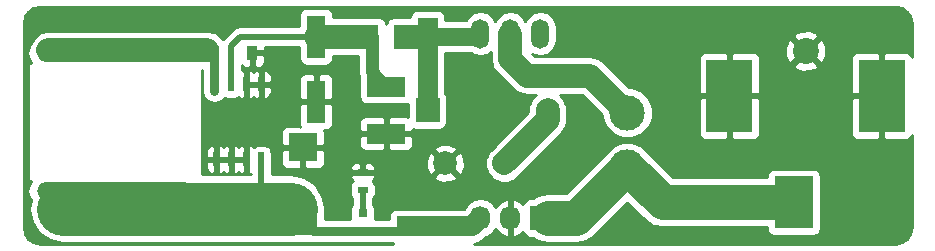
<source format=gtl>
G04 #@! TF.FileFunction,Copper,L1,Top,Signal*
%FSLAX46Y46*%
G04 Gerber Fmt 4.6, Leading zero omitted, Abs format (unit mm)*
G04 Created by KiCad (PCBNEW 4.0.2+e4-6225~38~ubuntu15.04.1-stable) date Sat 11 Jun 2016 05:42:22 PM PDT*
%MOMM*%
G01*
G04 APERTURE LIST*
%ADD10C,0.100000*%
%ADD11R,1.600200X3.599180*%
%ADD12R,2.430000X2.370000*%
%ADD13C,1.998980*%
%ADD14R,1.998980X1.998980*%
%ADD15R,0.910000X1.220000*%
%ADD16R,0.797560X0.797560*%
%ADD17R,1.140460X2.029460*%
%ADD18O,13.210000X1.520000*%
%ADD19O,1.501140X2.499360*%
%ADD20R,0.900000X0.500000*%
%ADD21R,3.300000X1.700000*%
%ADD22R,1.700000X3.300000*%
%ADD23R,0.508000X1.143000*%
%ADD24R,1.727200X2.032000*%
%ADD25O,1.727200X2.032000*%
%ADD26C,3.000000*%
%ADD27C,0.450000*%
%ADD28C,2.200000*%
%ADD29R,3.900000X6.200000*%
%ADD30R,3.300000X4.400000*%
%ADD31C,0.600000*%
%ADD32C,0.508000*%
%ADD33C,2.029000*%
%ADD34C,1.140000*%
%ADD35C,4.500000*%
%ADD36C,0.800000*%
%ADD37C,1.700000*%
%ADD38C,2.000000*%
%ADD39C,1.500000*%
%ADD40C,0.550000*%
%ADD41C,3.000000*%
%ADD42C,0.254000*%
G04 APERTURE END LIST*
D10*
D11*
X136570000Y-92779180D03*
X136570000Y-98280820D03*
D12*
X135450000Y-102160000D03*
X135450000Y-108400000D03*
D13*
X156160000Y-98997460D03*
D14*
X146000000Y-98997460D03*
D15*
X127895000Y-94160000D03*
X131165000Y-94160000D03*
D16*
X140500000Y-109229300D03*
X140500000Y-107730700D03*
D17*
X143703960Y-92779180D03*
X141296040Y-92779180D03*
D18*
X119500000Y-94160000D03*
X119500000Y-105840000D03*
D19*
X153000000Y-92510000D03*
X155540000Y-92510000D03*
X150460000Y-92510000D03*
D20*
X140500000Y-105750000D03*
X140500000Y-104250000D03*
D21*
X142500000Y-101000000D03*
D22*
X146000000Y-92779180D03*
D21*
X142500000Y-97000000D03*
X145000000Y-108850000D03*
D23*
X128095000Y-96825000D03*
X129365000Y-96825000D03*
X130635000Y-96825000D03*
X131905000Y-96825000D03*
X131905000Y-103175000D03*
X130635000Y-103175000D03*
X129365000Y-103175000D03*
X128095000Y-103175000D03*
D13*
X147500640Y-103500000D03*
X152501900Y-103500000D03*
D24*
X155540000Y-108130000D03*
D25*
X153000000Y-108130000D03*
X150460000Y-108130000D03*
D26*
X162910000Y-99209000D03*
X162910000Y-103809000D03*
D27*
X161710000Y-99209000D03*
X164110000Y-99209000D03*
X162910000Y-98009000D03*
X162910000Y-100409000D03*
X162061000Y-98360000D03*
X162061000Y-100058000D03*
X163759000Y-100058000D03*
X163759000Y-98360000D03*
X161710000Y-103809000D03*
X164110000Y-103809000D03*
X162910000Y-102609000D03*
X162910000Y-105009000D03*
X162061000Y-104658000D03*
X162061000Y-102960000D03*
X163759000Y-102960000D03*
X163759000Y-104658000D03*
D28*
X178000000Y-94000000D03*
D29*
X171550000Y-97800000D03*
X184450000Y-97800000D03*
D30*
X177000000Y-106800000D03*
D31*
X130000000Y-100000000D03*
X178000000Y-97800000D03*
X142500000Y-101000000D03*
D32*
X129365000Y-96825000D02*
X129365000Y-93545000D01*
X129365000Y-93545000D02*
X130130820Y-92779180D01*
X130130820Y-92779180D02*
X135519900Y-92779180D01*
X135519900Y-92779180D02*
X136570000Y-92779180D01*
D33*
X136570000Y-92779180D02*
X140850000Y-92779180D01*
D34*
X141296040Y-92779180D02*
X141296040Y-95796040D01*
X141296040Y-95796040D02*
X142500000Y-97000000D01*
D32*
X131905000Y-103175000D02*
X131905000Y-107330000D01*
D35*
X115150000Y-107330000D02*
X134410000Y-107330000D01*
D36*
X140500000Y-109229300D02*
X136279300Y-109229300D01*
X140500000Y-109229300D02*
X144620700Y-109229300D01*
D37*
X145000000Y-108850000D02*
X149740000Y-108850000D01*
X149740000Y-108850000D02*
X150460000Y-108130000D01*
D38*
X152501900Y-103500000D02*
X156160000Y-99841900D01*
X156160000Y-99841900D02*
X156160000Y-98997460D01*
D39*
X146000000Y-92779180D02*
X150190820Y-92779180D01*
D38*
X144150000Y-92779180D02*
X146000000Y-92779180D01*
D37*
X146000000Y-99000000D02*
X146000000Y-92779180D01*
D36*
X127950000Y-94160000D02*
X127950000Y-97375000D01*
D38*
X113900000Y-93925000D02*
X127350000Y-93925000D01*
D40*
X140500000Y-105800000D02*
X140500000Y-107730700D01*
D38*
X153000000Y-92510000D02*
X153000000Y-94680000D01*
X153000000Y-94680000D02*
X154390000Y-96070000D01*
X154390000Y-96070000D02*
X159771000Y-96070000D01*
X159771000Y-96070000D02*
X162910000Y-99209000D01*
D41*
X156200000Y-108130000D02*
X158589000Y-108130000D01*
X158589000Y-108130000D02*
X162910000Y-103809000D01*
X177100000Y-106800000D02*
X165901000Y-106800000D01*
X165901000Y-106800000D02*
X162910000Y-103809000D01*
D42*
G36*
X186188338Y-90371046D02*
X186602333Y-90647669D01*
X186878953Y-91061660D01*
X186990000Y-91619931D01*
X186990000Y-94465052D01*
X186938327Y-94340302D01*
X186759699Y-94161673D01*
X186526310Y-94065000D01*
X184735750Y-94065000D01*
X184577000Y-94223750D01*
X184577000Y-97673000D01*
X184597000Y-97673000D01*
X184597000Y-97927000D01*
X184577000Y-97927000D01*
X184577000Y-101376250D01*
X184735750Y-101535000D01*
X186526310Y-101535000D01*
X186759699Y-101438327D01*
X186938327Y-101259698D01*
X186990000Y-101134948D01*
X186990000Y-108930069D01*
X186878953Y-109488340D01*
X186602333Y-109902331D01*
X186188338Y-110178954D01*
X185630069Y-110290000D01*
X149966233Y-110290000D01*
X150308285Y-110221961D01*
X150790054Y-109900054D01*
X150980246Y-109709862D01*
X151033489Y-109699271D01*
X151519670Y-109374415D01*
X151726461Y-109064931D01*
X152097964Y-109480732D01*
X152625209Y-109734709D01*
X152640974Y-109737358D01*
X152873000Y-109616217D01*
X152873000Y-108257000D01*
X152853000Y-108257000D01*
X152853000Y-108003000D01*
X152873000Y-108003000D01*
X152873000Y-106643783D01*
X153127000Y-106643783D01*
X153127000Y-108003000D01*
X153147000Y-108003000D01*
X153147000Y-108257000D01*
X153127000Y-108257000D01*
X153127000Y-109616217D01*
X153359026Y-109737358D01*
X153374791Y-109734709D01*
X153902036Y-109480732D01*
X154058907Y-109305155D01*
X154073238Y-109381317D01*
X154212310Y-109597441D01*
X154424510Y-109742431D01*
X154676400Y-109793440D01*
X154920456Y-109793440D01*
X155382971Y-110102483D01*
X156200000Y-110265000D01*
X158589000Y-110265000D01*
X159406029Y-110102483D01*
X160098673Y-109639673D01*
X162910000Y-106828346D01*
X164391327Y-108309673D01*
X165083971Y-108772483D01*
X165901000Y-108935000D01*
X174702560Y-108935000D01*
X174702560Y-109000000D01*
X174746838Y-109235317D01*
X174885910Y-109451441D01*
X175098110Y-109596431D01*
X175350000Y-109647440D01*
X178650000Y-109647440D01*
X178885317Y-109603162D01*
X179101441Y-109464090D01*
X179246431Y-109251890D01*
X179297440Y-109000000D01*
X179297440Y-104600000D01*
X179253162Y-104364683D01*
X179114090Y-104148559D01*
X178901890Y-104003569D01*
X178650000Y-103952560D01*
X175350000Y-103952560D01*
X175114683Y-103996838D01*
X174898559Y-104135910D01*
X174753569Y-104348110D01*
X174702560Y-104600000D01*
X174702560Y-104665000D01*
X166785346Y-104665000D01*
X164419673Y-102299327D01*
X164120959Y-102000091D01*
X163336541Y-101674372D01*
X162487185Y-101673630D01*
X161702200Y-101997980D01*
X161101091Y-102598041D01*
X161100720Y-102598934D01*
X157704654Y-105995000D01*
X156200000Y-105995000D01*
X155382971Y-106157517D01*
X154920456Y-106466560D01*
X154676400Y-106466560D01*
X154441083Y-106510838D01*
X154224959Y-106649910D01*
X154079969Y-106862110D01*
X154060768Y-106956927D01*
X153902036Y-106779268D01*
X153374791Y-106525291D01*
X153359026Y-106522642D01*
X153127000Y-106643783D01*
X152873000Y-106643783D01*
X152640974Y-106522642D01*
X152625209Y-106525291D01*
X152097964Y-106779268D01*
X151726461Y-107195069D01*
X151519670Y-106885585D01*
X151033489Y-106560729D01*
X150460000Y-106446655D01*
X149886511Y-106560729D01*
X149400330Y-106885585D01*
X149079995Y-107365000D01*
X146711431Y-107365000D01*
X146650000Y-107352560D01*
X143350000Y-107352560D01*
X143114683Y-107396838D01*
X142898559Y-107535910D01*
X142753569Y-107748110D01*
X142702560Y-108000000D01*
X142702560Y-108194300D01*
X141533094Y-108194300D01*
X141546220Y-108129480D01*
X141546220Y-107331920D01*
X141501942Y-107096603D01*
X141410000Y-106953721D01*
X141410000Y-106451563D01*
X141546431Y-106251890D01*
X141597440Y-106000000D01*
X141597440Y-105500000D01*
X141553162Y-105264683D01*
X141414090Y-105048559D01*
X141345994Y-105002031D01*
X141488327Y-104859698D01*
X141574290Y-104652163D01*
X146528083Y-104652163D01*
X146626682Y-104918965D01*
X147236222Y-105145401D01*
X147886017Y-105121341D01*
X148374598Y-104918965D01*
X148473197Y-104652163D01*
X147500640Y-103679605D01*
X146528083Y-104652163D01*
X141574290Y-104652163D01*
X141585000Y-104626309D01*
X141585000Y-104533750D01*
X141426250Y-104375000D01*
X140627000Y-104375000D01*
X140627000Y-104397000D01*
X140373000Y-104397000D01*
X140373000Y-104375000D01*
X139573750Y-104375000D01*
X139415000Y-104533750D01*
X139415000Y-104626309D01*
X139511673Y-104859698D01*
X139652910Y-105000936D01*
X139598559Y-105035910D01*
X139453569Y-105248110D01*
X139402560Y-105500000D01*
X139402560Y-106000000D01*
X139446838Y-106235317D01*
X139585910Y-106451441D01*
X139590000Y-106454236D01*
X139590000Y-106955320D01*
X139504789Y-107080030D01*
X139453780Y-107331920D01*
X139453780Y-108129480D01*
X139465977Y-108194300D01*
X137312440Y-108194300D01*
X137312440Y-107215000D01*
X137268162Y-106979683D01*
X137206148Y-106883310D01*
X137075392Y-106225958D01*
X136450003Y-105289997D01*
X135514042Y-104664608D01*
X134410000Y-104445000D01*
X132794000Y-104445000D01*
X132794000Y-103807931D01*
X132806440Y-103746500D01*
X132806440Y-102603500D01*
X132776758Y-102445750D01*
X133600000Y-102445750D01*
X133600000Y-103471309D01*
X133696673Y-103704698D01*
X133875301Y-103883327D01*
X134108690Y-103980000D01*
X135164250Y-103980000D01*
X135323000Y-103821250D01*
X135323000Y-102287000D01*
X135577000Y-102287000D01*
X135577000Y-103821250D01*
X135735750Y-103980000D01*
X136791310Y-103980000D01*
X137024699Y-103883327D01*
X137034334Y-103873691D01*
X139415000Y-103873691D01*
X139415000Y-103966250D01*
X139573750Y-104125000D01*
X140373000Y-104125000D01*
X140373000Y-103523750D01*
X140627000Y-103523750D01*
X140627000Y-104125000D01*
X141426250Y-104125000D01*
X141585000Y-103966250D01*
X141585000Y-103873691D01*
X141488327Y-103640302D01*
X141309699Y-103461673D01*
X141076310Y-103365000D01*
X140785750Y-103365000D01*
X140627000Y-103523750D01*
X140373000Y-103523750D01*
X140214250Y-103365000D01*
X139923690Y-103365000D01*
X139690301Y-103461673D01*
X139511673Y-103640302D01*
X139415000Y-103873691D01*
X137034334Y-103873691D01*
X137203327Y-103704698D01*
X137300000Y-103471309D01*
X137300000Y-103235582D01*
X145855239Y-103235582D01*
X145879299Y-103885377D01*
X146081675Y-104373958D01*
X146348477Y-104472557D01*
X147321035Y-103500000D01*
X147680245Y-103500000D01*
X148652803Y-104472557D01*
X148919605Y-104373958D01*
X149146041Y-103764418D01*
X149121981Y-103114623D01*
X148919605Y-102626042D01*
X148652803Y-102527443D01*
X147680245Y-103500000D01*
X147321035Y-103500000D01*
X146348477Y-102527443D01*
X146081675Y-102626042D01*
X145855239Y-103235582D01*
X137300000Y-103235582D01*
X137300000Y-102445750D01*
X137141250Y-102287000D01*
X135577000Y-102287000D01*
X135323000Y-102287000D01*
X133758750Y-102287000D01*
X133600000Y-102445750D01*
X132776758Y-102445750D01*
X132762162Y-102368183D01*
X132623090Y-102152059D01*
X132410890Y-102007069D01*
X132159000Y-101956060D01*
X131651000Y-101956060D01*
X131415683Y-102000338D01*
X131274629Y-102091104D01*
X131248698Y-102065173D01*
X131015309Y-101968500D01*
X130920750Y-101968500D01*
X130762000Y-102127250D01*
X130762000Y-103048000D01*
X130782000Y-103048000D01*
X130782000Y-103302000D01*
X130762000Y-103302000D01*
X130762000Y-104222750D01*
X130920750Y-104381500D01*
X131015309Y-104381500D01*
X131016000Y-104381214D01*
X131016000Y-104445000D01*
X126867000Y-104445000D01*
X126867000Y-103460750D01*
X127206000Y-103460750D01*
X127206000Y-103872810D01*
X127302673Y-104106199D01*
X127481302Y-104284827D01*
X127714691Y-104381500D01*
X127809250Y-104381500D01*
X127968000Y-104222750D01*
X127968000Y-103302000D01*
X128222000Y-103302000D01*
X128222000Y-104222750D01*
X128380750Y-104381500D01*
X128475309Y-104381500D01*
X128708698Y-104284827D01*
X128730000Y-104263525D01*
X128751302Y-104284827D01*
X128984691Y-104381500D01*
X129079250Y-104381500D01*
X129238000Y-104222750D01*
X129238000Y-103302000D01*
X129492000Y-103302000D01*
X129492000Y-104222750D01*
X129650750Y-104381500D01*
X129745309Y-104381500D01*
X129978698Y-104284827D01*
X130000000Y-104263525D01*
X130021302Y-104284827D01*
X130254691Y-104381500D01*
X130349250Y-104381500D01*
X130508000Y-104222750D01*
X130508000Y-103302000D01*
X129492000Y-103302000D01*
X129238000Y-103302000D01*
X128222000Y-103302000D01*
X127968000Y-103302000D01*
X127364750Y-103302000D01*
X127206000Y-103460750D01*
X126867000Y-103460750D01*
X126867000Y-102477190D01*
X127206000Y-102477190D01*
X127206000Y-102889250D01*
X127364750Y-103048000D01*
X127968000Y-103048000D01*
X127968000Y-102127250D01*
X128222000Y-102127250D01*
X128222000Y-103048000D01*
X129238000Y-103048000D01*
X129238000Y-102127250D01*
X129492000Y-102127250D01*
X129492000Y-103048000D01*
X130508000Y-103048000D01*
X130508000Y-102127250D01*
X130349250Y-101968500D01*
X130254691Y-101968500D01*
X130021302Y-102065173D01*
X130000000Y-102086475D01*
X129978698Y-102065173D01*
X129745309Y-101968500D01*
X129650750Y-101968500D01*
X129492000Y-102127250D01*
X129238000Y-102127250D01*
X129079250Y-101968500D01*
X128984691Y-101968500D01*
X128751302Y-102065173D01*
X128730000Y-102086475D01*
X128708698Y-102065173D01*
X128475309Y-101968500D01*
X128380750Y-101968500D01*
X128222000Y-102127250D01*
X127968000Y-102127250D01*
X127809250Y-101968500D01*
X127714691Y-101968500D01*
X127481302Y-102065173D01*
X127302673Y-102243801D01*
X127206000Y-102477190D01*
X126867000Y-102477190D01*
X126867000Y-100848691D01*
X133600000Y-100848691D01*
X133600000Y-101874250D01*
X133758750Y-102033000D01*
X135323000Y-102033000D01*
X135323000Y-102013000D01*
X135577000Y-102013000D01*
X135577000Y-102033000D01*
X137141250Y-102033000D01*
X137300000Y-101874250D01*
X137300000Y-101285750D01*
X140215000Y-101285750D01*
X140215000Y-101976310D01*
X140311673Y-102209699D01*
X140490302Y-102388327D01*
X140723691Y-102485000D01*
X142214250Y-102485000D01*
X142373000Y-102326250D01*
X142373000Y-101127000D01*
X142627000Y-101127000D01*
X142627000Y-102326250D01*
X142785750Y-102485000D01*
X144276309Y-102485000D01*
X144509698Y-102388327D01*
X144550188Y-102347837D01*
X146528083Y-102347837D01*
X147500640Y-103320395D01*
X148473197Y-102347837D01*
X148374598Y-102081035D01*
X147765058Y-101854599D01*
X147115263Y-101878659D01*
X146626682Y-102081035D01*
X146528083Y-102347837D01*
X144550188Y-102347837D01*
X144688327Y-102209699D01*
X144785000Y-101976310D01*
X144785000Y-101285750D01*
X144626250Y-101127000D01*
X142627000Y-101127000D01*
X142373000Y-101127000D01*
X140373750Y-101127000D01*
X140215000Y-101285750D01*
X137300000Y-101285750D01*
X137300000Y-100848691D01*
X137244793Y-100715410D01*
X137496410Y-100715410D01*
X137729799Y-100618737D01*
X137908427Y-100440108D01*
X138005100Y-100206719D01*
X138005100Y-100023690D01*
X140215000Y-100023690D01*
X140215000Y-100714250D01*
X140373750Y-100873000D01*
X142373000Y-100873000D01*
X142373000Y-99673750D01*
X142214250Y-99515000D01*
X140723691Y-99515000D01*
X140490302Y-99611673D01*
X140311673Y-99790301D01*
X140215000Y-100023690D01*
X138005100Y-100023690D01*
X138005100Y-98566570D01*
X137846350Y-98407820D01*
X136697000Y-98407820D01*
X136697000Y-98427820D01*
X136443000Y-98427820D01*
X136443000Y-98407820D01*
X135293650Y-98407820D01*
X135134900Y-98566570D01*
X135134900Y-100206719D01*
X135208390Y-100384140D01*
X135164250Y-100340000D01*
X134108690Y-100340000D01*
X133875301Y-100436673D01*
X133696673Y-100615302D01*
X133600000Y-100848691D01*
X126867000Y-100848691D01*
X126867000Y-95560000D01*
X126915000Y-95560000D01*
X126915000Y-97375000D01*
X126993785Y-97771077D01*
X127218144Y-98106856D01*
X127553923Y-98331215D01*
X127950000Y-98410000D01*
X128346077Y-98331215D01*
X128681856Y-98106856D01*
X128789677Y-97945489D01*
X128859110Y-97992931D01*
X129111000Y-98043940D01*
X129619000Y-98043940D01*
X129854317Y-97999662D01*
X129995371Y-97908896D01*
X130021302Y-97934827D01*
X130254691Y-98031500D01*
X130349250Y-98031500D01*
X130508000Y-97872750D01*
X130508000Y-96952000D01*
X130762000Y-96952000D01*
X130762000Y-97872750D01*
X130920750Y-98031500D01*
X131015309Y-98031500D01*
X131248698Y-97934827D01*
X131270000Y-97913525D01*
X131291302Y-97934827D01*
X131524691Y-98031500D01*
X131619250Y-98031500D01*
X131778000Y-97872750D01*
X131778000Y-96952000D01*
X132032000Y-96952000D01*
X132032000Y-97872750D01*
X132190750Y-98031500D01*
X132285309Y-98031500D01*
X132518698Y-97934827D01*
X132697327Y-97756199D01*
X132794000Y-97522810D01*
X132794000Y-97110750D01*
X132635250Y-96952000D01*
X132032000Y-96952000D01*
X131778000Y-96952000D01*
X130762000Y-96952000D01*
X130508000Y-96952000D01*
X130488000Y-96952000D01*
X130488000Y-96698000D01*
X130508000Y-96698000D01*
X130508000Y-95777250D01*
X130762000Y-95777250D01*
X130762000Y-96698000D01*
X131778000Y-96698000D01*
X131778000Y-95777250D01*
X132032000Y-95777250D01*
X132032000Y-96698000D01*
X132635250Y-96698000D01*
X132794000Y-96539250D01*
X132794000Y-96354921D01*
X135134900Y-96354921D01*
X135134900Y-97995070D01*
X135293650Y-98153820D01*
X136443000Y-98153820D01*
X136443000Y-96004980D01*
X136697000Y-96004980D01*
X136697000Y-98153820D01*
X137846350Y-98153820D01*
X138005100Y-97995070D01*
X138005100Y-96354921D01*
X137908427Y-96121532D01*
X137729799Y-95942903D01*
X137496410Y-95846230D01*
X136855750Y-95846230D01*
X136697000Y-96004980D01*
X136443000Y-96004980D01*
X136284250Y-95846230D01*
X135643590Y-95846230D01*
X135410201Y-95942903D01*
X135231573Y-96121532D01*
X135134900Y-96354921D01*
X132794000Y-96354921D01*
X132794000Y-96127190D01*
X132697327Y-95893801D01*
X132518698Y-95715173D01*
X132285309Y-95618500D01*
X132190750Y-95618500D01*
X132032000Y-95777250D01*
X131778000Y-95777250D01*
X131619250Y-95618500D01*
X131524691Y-95618500D01*
X131291302Y-95715173D01*
X131270000Y-95736475D01*
X131248698Y-95715173D01*
X131015309Y-95618500D01*
X130920750Y-95618500D01*
X130762000Y-95777250D01*
X130508000Y-95777250D01*
X130349250Y-95618500D01*
X130254691Y-95618500D01*
X130254000Y-95618786D01*
X130254000Y-95212026D01*
X130350302Y-95308327D01*
X130583691Y-95405000D01*
X130879250Y-95405000D01*
X131038000Y-95246250D01*
X131038000Y-94287000D01*
X131292000Y-94287000D01*
X131292000Y-95246250D01*
X131450750Y-95405000D01*
X131746309Y-95405000D01*
X131979698Y-95308327D01*
X132158327Y-95129699D01*
X132255000Y-94896310D01*
X132255000Y-94445750D01*
X132096250Y-94287000D01*
X131292000Y-94287000D01*
X131038000Y-94287000D01*
X131018000Y-94287000D01*
X131018000Y-94033000D01*
X131038000Y-94033000D01*
X131038000Y-94013000D01*
X131292000Y-94013000D01*
X131292000Y-94033000D01*
X132096250Y-94033000D01*
X132255000Y-93874250D01*
X132255000Y-93668180D01*
X135122460Y-93668180D01*
X135122460Y-94578770D01*
X135166738Y-94814087D01*
X135305810Y-95030211D01*
X135518010Y-95175201D01*
X135769900Y-95226210D01*
X137370100Y-95226210D01*
X137605417Y-95181932D01*
X137821541Y-95042860D01*
X137966531Y-94830660D01*
X138017540Y-94578770D01*
X138017540Y-94428680D01*
X140091040Y-94428680D01*
X140091040Y-95796040D01*
X140182765Y-96257174D01*
X140202560Y-96286799D01*
X140202560Y-97850000D01*
X140246838Y-98085317D01*
X140385910Y-98301441D01*
X140598110Y-98446431D01*
X140850000Y-98497440D01*
X144150000Y-98497440D01*
X144353070Y-98459230D01*
X144353070Y-99546795D01*
X144276309Y-99515000D01*
X142785750Y-99515000D01*
X142627000Y-99673750D01*
X142627000Y-100873000D01*
X144626250Y-100873000D01*
X144785000Y-100714250D01*
X144785000Y-100600748D01*
X145000510Y-100644390D01*
X146999490Y-100644390D01*
X147234807Y-100600112D01*
X147450931Y-100461040D01*
X147595921Y-100248840D01*
X147646930Y-99996950D01*
X147646930Y-97997970D01*
X147602652Y-97762653D01*
X147485000Y-97579817D01*
X147485000Y-94490611D01*
X147497440Y-94429180D01*
X147497440Y-94164180D01*
X149687385Y-94164180D01*
X149929765Y-94326133D01*
X150460000Y-94431603D01*
X150990235Y-94326133D01*
X151365000Y-94075723D01*
X151365000Y-94679995D01*
X151364999Y-94680000D01*
X151489457Y-95305688D01*
X151843880Y-95836120D01*
X153233878Y-97226117D01*
X153233880Y-97226120D01*
X153437928Y-97362460D01*
X153764312Y-97580543D01*
X154390000Y-97705001D01*
X154390005Y-97705000D01*
X155141179Y-97705000D01*
X155006060Y-97839883D01*
X155003880Y-97841340D01*
X155002436Y-97843501D01*
X154775154Y-98070387D01*
X154650912Y-98369596D01*
X154649457Y-98371773D01*
X154648951Y-98374319D01*
X154525794Y-98670913D01*
X154525511Y-98994891D01*
X154525000Y-98997460D01*
X154525000Y-99164661D01*
X151345780Y-102343880D01*
X151344336Y-102346041D01*
X151117054Y-102572927D01*
X150992813Y-102872133D01*
X150991357Y-102874312D01*
X150990850Y-102876860D01*
X150867694Y-103173453D01*
X150867411Y-103497426D01*
X150866899Y-103500000D01*
X150867407Y-103502551D01*
X150867126Y-103823694D01*
X150990846Y-104123120D01*
X150991357Y-104125688D01*
X150992799Y-104127846D01*
X151115438Y-104424655D01*
X151344323Y-104653940D01*
X151345780Y-104656120D01*
X151347941Y-104657564D01*
X151574827Y-104884846D01*
X151874033Y-105009087D01*
X151876212Y-105010543D01*
X151878760Y-105011050D01*
X152175353Y-105134206D01*
X152499326Y-105134489D01*
X152501900Y-105135001D01*
X152504451Y-105134493D01*
X152825594Y-105134774D01*
X153125020Y-105011054D01*
X153127588Y-105010543D01*
X153129746Y-105009101D01*
X153426555Y-104886462D01*
X153655840Y-104657577D01*
X153658020Y-104656120D01*
X157316117Y-100998022D01*
X157316120Y-100998020D01*
X157670543Y-100467587D01*
X157687185Y-100383922D01*
X157795001Y-99841900D01*
X157795000Y-99841895D01*
X157795000Y-98997460D01*
X157794493Y-98994914D01*
X157794774Y-98673766D01*
X157671054Y-98374340D01*
X157670543Y-98371773D01*
X157669102Y-98369616D01*
X157546462Y-98072805D01*
X157317577Y-97843520D01*
X157316120Y-97841340D01*
X157313959Y-97839896D01*
X157179298Y-97705000D01*
X159093760Y-97705000D01*
X160774845Y-99386084D01*
X160774630Y-99631815D01*
X161098980Y-100416800D01*
X161699041Y-101017909D01*
X162483459Y-101343628D01*
X163332815Y-101344370D01*
X164117800Y-101020020D01*
X164718909Y-100419959D01*
X165044628Y-99635541D01*
X165045370Y-98786185D01*
X164755956Y-98085750D01*
X168965000Y-98085750D01*
X168965000Y-101026309D01*
X169061673Y-101259698D01*
X169240301Y-101438327D01*
X169473690Y-101535000D01*
X171264250Y-101535000D01*
X171423000Y-101376250D01*
X171423000Y-97927000D01*
X171677000Y-97927000D01*
X171677000Y-101376250D01*
X171835750Y-101535000D01*
X173626310Y-101535000D01*
X173859699Y-101438327D01*
X174038327Y-101259698D01*
X174135000Y-101026309D01*
X174135000Y-98085750D01*
X181865000Y-98085750D01*
X181865000Y-101026309D01*
X181961673Y-101259698D01*
X182140301Y-101438327D01*
X182373690Y-101535000D01*
X184164250Y-101535000D01*
X184323000Y-101376250D01*
X184323000Y-97927000D01*
X182023750Y-97927000D01*
X181865000Y-98085750D01*
X174135000Y-98085750D01*
X173976250Y-97927000D01*
X171677000Y-97927000D01*
X171423000Y-97927000D01*
X169123750Y-97927000D01*
X168965000Y-98085750D01*
X164755956Y-98085750D01*
X164721020Y-98001200D01*
X164120959Y-97400091D01*
X163336541Y-97074372D01*
X163087394Y-97074154D01*
X160927120Y-94913880D01*
X160417991Y-94573691D01*
X168965000Y-94573691D01*
X168965000Y-97514250D01*
X169123750Y-97673000D01*
X171423000Y-97673000D01*
X171423000Y-94223750D01*
X171677000Y-94223750D01*
X171677000Y-97673000D01*
X173976250Y-97673000D01*
X174135000Y-97514250D01*
X174135000Y-95224868D01*
X176954737Y-95224868D01*
X177065641Y-95502099D01*
X177711593Y-95745323D01*
X178401453Y-95722836D01*
X178934359Y-95502099D01*
X179045263Y-95224868D01*
X178000000Y-94179605D01*
X176954737Y-95224868D01*
X174135000Y-95224868D01*
X174135000Y-94573691D01*
X174038327Y-94340302D01*
X173859699Y-94161673D01*
X173626310Y-94065000D01*
X171835750Y-94065000D01*
X171677000Y-94223750D01*
X171423000Y-94223750D01*
X171264250Y-94065000D01*
X169473690Y-94065000D01*
X169240301Y-94161673D01*
X169061673Y-94340302D01*
X168965000Y-94573691D01*
X160417991Y-94573691D01*
X160396688Y-94559457D01*
X159771000Y-94434999D01*
X159770995Y-94435000D01*
X155067239Y-94435000D01*
X154854885Y-94222645D01*
X155009765Y-94326133D01*
X155540000Y-94431603D01*
X156070235Y-94326133D01*
X156519746Y-94025779D01*
X156729678Y-93711593D01*
X176254677Y-93711593D01*
X176277164Y-94401453D01*
X176497901Y-94934359D01*
X176775132Y-95045263D01*
X177820395Y-94000000D01*
X178179605Y-94000000D01*
X179224868Y-95045263D01*
X179502099Y-94934359D01*
X179637903Y-94573691D01*
X181865000Y-94573691D01*
X181865000Y-97514250D01*
X182023750Y-97673000D01*
X184323000Y-97673000D01*
X184323000Y-94223750D01*
X184164250Y-94065000D01*
X182373690Y-94065000D01*
X182140301Y-94161673D01*
X181961673Y-94340302D01*
X181865000Y-94573691D01*
X179637903Y-94573691D01*
X179745323Y-94288407D01*
X179722836Y-93598547D01*
X179502099Y-93065641D01*
X179224868Y-92954737D01*
X178179605Y-94000000D01*
X177820395Y-94000000D01*
X176775132Y-92954737D01*
X176497901Y-93065641D01*
X176254677Y-93711593D01*
X156729678Y-93711593D01*
X156820100Y-93576268D01*
X156925570Y-93046033D01*
X156925570Y-92775132D01*
X176954737Y-92775132D01*
X178000000Y-93820395D01*
X179045263Y-92775132D01*
X178934359Y-92497901D01*
X178288407Y-92254677D01*
X177598547Y-92277164D01*
X177065641Y-92497901D01*
X176954737Y-92775132D01*
X156925570Y-92775132D01*
X156925570Y-91973967D01*
X156820100Y-91443732D01*
X156519746Y-90994221D01*
X156070235Y-90693867D01*
X155540000Y-90588397D01*
X155009765Y-90693867D01*
X154560254Y-90994221D01*
X154270000Y-91428616D01*
X153979746Y-90994221D01*
X153530235Y-90693867D01*
X153000000Y-90588397D01*
X152469765Y-90693867D01*
X152020254Y-90994221D01*
X151730000Y-91428616D01*
X151439746Y-90994221D01*
X150990235Y-90693867D01*
X150460000Y-90588397D01*
X149929765Y-90693867D01*
X149480254Y-90994221D01*
X149213010Y-91394180D01*
X147497440Y-91394180D01*
X147497440Y-91129180D01*
X147453162Y-90893863D01*
X147314090Y-90677739D01*
X147101890Y-90532749D01*
X146850000Y-90481740D01*
X145150000Y-90481740D01*
X144914683Y-90526018D01*
X144698559Y-90665090D01*
X144553569Y-90877290D01*
X144502560Y-91129180D01*
X144502560Y-91144180D01*
X144408359Y-91144180D01*
X144274190Y-91117010D01*
X143133730Y-91117010D01*
X142898413Y-91161288D01*
X142682289Y-91300360D01*
X142537299Y-91512560D01*
X142500503Y-91694263D01*
X142469432Y-91529133D01*
X142330360Y-91313009D01*
X142118160Y-91168019D01*
X141866270Y-91117010D01*
X140725810Y-91117010D01*
X140658475Y-91129680D01*
X138017540Y-91129680D01*
X138017540Y-90979590D01*
X137973262Y-90744273D01*
X137834190Y-90528149D01*
X137621990Y-90383159D01*
X137370100Y-90332150D01*
X135769900Y-90332150D01*
X135534583Y-90376428D01*
X135318459Y-90515500D01*
X135173469Y-90727700D01*
X135122460Y-90979590D01*
X135122460Y-91890180D01*
X130130820Y-91890180D01*
X129790614Y-91957851D01*
X129517496Y-92140343D01*
X129502202Y-92150562D01*
X128736382Y-92916382D01*
X128677167Y-93005004D01*
X128652740Y-92988314D01*
X128506120Y-92768880D01*
X127975687Y-92414457D01*
X127350000Y-92290000D01*
X113900000Y-92290000D01*
X113274313Y-92414457D01*
X112743880Y-92768880D01*
X112389457Y-93299313D01*
X112366872Y-93412854D01*
X112224348Y-93626157D01*
X112118160Y-94160000D01*
X112224348Y-94693843D01*
X112450965Y-95033000D01*
X112260000Y-95033000D01*
X112213841Y-95041685D01*
X112171447Y-95068965D01*
X112143006Y-95110590D01*
X112133000Y-95160000D01*
X112133000Y-104840000D01*
X112141685Y-104886159D01*
X112168965Y-104928553D01*
X112210590Y-104956994D01*
X112260000Y-104967000D01*
X112450965Y-104967000D01*
X112224348Y-105306157D01*
X112118160Y-105840000D01*
X112224348Y-106373843D01*
X112402236Y-106640071D01*
X112265000Y-107330000D01*
X112484608Y-108434042D01*
X113109997Y-109370003D01*
X114045958Y-109995392D01*
X115150000Y-110215000D01*
X134148879Y-110215000D01*
X134235000Y-110232440D01*
X136119130Y-110232440D01*
X136279300Y-110264300D01*
X140045814Y-110264300D01*
X140101220Y-110275520D01*
X140898780Y-110275520D01*
X140958409Y-110264300D01*
X143051085Y-110264300D01*
X143088698Y-110290000D01*
X113169931Y-110290000D01*
X112611660Y-110178953D01*
X112197669Y-109902333D01*
X111921046Y-109488338D01*
X111810000Y-108930069D01*
X111810000Y-91619931D01*
X111921046Y-91061662D01*
X112197669Y-90647667D01*
X112611660Y-90371047D01*
X113169931Y-90260000D01*
X185630069Y-90260000D01*
X186188338Y-90371046D01*
X186188338Y-90371046D01*
G37*
X186188338Y-90371046D02*
X186602333Y-90647669D01*
X186878953Y-91061660D01*
X186990000Y-91619931D01*
X186990000Y-94465052D01*
X186938327Y-94340302D01*
X186759699Y-94161673D01*
X186526310Y-94065000D01*
X184735750Y-94065000D01*
X184577000Y-94223750D01*
X184577000Y-97673000D01*
X184597000Y-97673000D01*
X184597000Y-97927000D01*
X184577000Y-97927000D01*
X184577000Y-101376250D01*
X184735750Y-101535000D01*
X186526310Y-101535000D01*
X186759699Y-101438327D01*
X186938327Y-101259698D01*
X186990000Y-101134948D01*
X186990000Y-108930069D01*
X186878953Y-109488340D01*
X186602333Y-109902331D01*
X186188338Y-110178954D01*
X185630069Y-110290000D01*
X149966233Y-110290000D01*
X150308285Y-110221961D01*
X150790054Y-109900054D01*
X150980246Y-109709862D01*
X151033489Y-109699271D01*
X151519670Y-109374415D01*
X151726461Y-109064931D01*
X152097964Y-109480732D01*
X152625209Y-109734709D01*
X152640974Y-109737358D01*
X152873000Y-109616217D01*
X152873000Y-108257000D01*
X152853000Y-108257000D01*
X152853000Y-108003000D01*
X152873000Y-108003000D01*
X152873000Y-106643783D01*
X153127000Y-106643783D01*
X153127000Y-108003000D01*
X153147000Y-108003000D01*
X153147000Y-108257000D01*
X153127000Y-108257000D01*
X153127000Y-109616217D01*
X153359026Y-109737358D01*
X153374791Y-109734709D01*
X153902036Y-109480732D01*
X154058907Y-109305155D01*
X154073238Y-109381317D01*
X154212310Y-109597441D01*
X154424510Y-109742431D01*
X154676400Y-109793440D01*
X154920456Y-109793440D01*
X155382971Y-110102483D01*
X156200000Y-110265000D01*
X158589000Y-110265000D01*
X159406029Y-110102483D01*
X160098673Y-109639673D01*
X162910000Y-106828346D01*
X164391327Y-108309673D01*
X165083971Y-108772483D01*
X165901000Y-108935000D01*
X174702560Y-108935000D01*
X174702560Y-109000000D01*
X174746838Y-109235317D01*
X174885910Y-109451441D01*
X175098110Y-109596431D01*
X175350000Y-109647440D01*
X178650000Y-109647440D01*
X178885317Y-109603162D01*
X179101441Y-109464090D01*
X179246431Y-109251890D01*
X179297440Y-109000000D01*
X179297440Y-104600000D01*
X179253162Y-104364683D01*
X179114090Y-104148559D01*
X178901890Y-104003569D01*
X178650000Y-103952560D01*
X175350000Y-103952560D01*
X175114683Y-103996838D01*
X174898559Y-104135910D01*
X174753569Y-104348110D01*
X174702560Y-104600000D01*
X174702560Y-104665000D01*
X166785346Y-104665000D01*
X164419673Y-102299327D01*
X164120959Y-102000091D01*
X163336541Y-101674372D01*
X162487185Y-101673630D01*
X161702200Y-101997980D01*
X161101091Y-102598041D01*
X161100720Y-102598934D01*
X157704654Y-105995000D01*
X156200000Y-105995000D01*
X155382971Y-106157517D01*
X154920456Y-106466560D01*
X154676400Y-106466560D01*
X154441083Y-106510838D01*
X154224959Y-106649910D01*
X154079969Y-106862110D01*
X154060768Y-106956927D01*
X153902036Y-106779268D01*
X153374791Y-106525291D01*
X153359026Y-106522642D01*
X153127000Y-106643783D01*
X152873000Y-106643783D01*
X152640974Y-106522642D01*
X152625209Y-106525291D01*
X152097964Y-106779268D01*
X151726461Y-107195069D01*
X151519670Y-106885585D01*
X151033489Y-106560729D01*
X150460000Y-106446655D01*
X149886511Y-106560729D01*
X149400330Y-106885585D01*
X149079995Y-107365000D01*
X146711431Y-107365000D01*
X146650000Y-107352560D01*
X143350000Y-107352560D01*
X143114683Y-107396838D01*
X142898559Y-107535910D01*
X142753569Y-107748110D01*
X142702560Y-108000000D01*
X142702560Y-108194300D01*
X141533094Y-108194300D01*
X141546220Y-108129480D01*
X141546220Y-107331920D01*
X141501942Y-107096603D01*
X141410000Y-106953721D01*
X141410000Y-106451563D01*
X141546431Y-106251890D01*
X141597440Y-106000000D01*
X141597440Y-105500000D01*
X141553162Y-105264683D01*
X141414090Y-105048559D01*
X141345994Y-105002031D01*
X141488327Y-104859698D01*
X141574290Y-104652163D01*
X146528083Y-104652163D01*
X146626682Y-104918965D01*
X147236222Y-105145401D01*
X147886017Y-105121341D01*
X148374598Y-104918965D01*
X148473197Y-104652163D01*
X147500640Y-103679605D01*
X146528083Y-104652163D01*
X141574290Y-104652163D01*
X141585000Y-104626309D01*
X141585000Y-104533750D01*
X141426250Y-104375000D01*
X140627000Y-104375000D01*
X140627000Y-104397000D01*
X140373000Y-104397000D01*
X140373000Y-104375000D01*
X139573750Y-104375000D01*
X139415000Y-104533750D01*
X139415000Y-104626309D01*
X139511673Y-104859698D01*
X139652910Y-105000936D01*
X139598559Y-105035910D01*
X139453569Y-105248110D01*
X139402560Y-105500000D01*
X139402560Y-106000000D01*
X139446838Y-106235317D01*
X139585910Y-106451441D01*
X139590000Y-106454236D01*
X139590000Y-106955320D01*
X139504789Y-107080030D01*
X139453780Y-107331920D01*
X139453780Y-108129480D01*
X139465977Y-108194300D01*
X137312440Y-108194300D01*
X137312440Y-107215000D01*
X137268162Y-106979683D01*
X137206148Y-106883310D01*
X137075392Y-106225958D01*
X136450003Y-105289997D01*
X135514042Y-104664608D01*
X134410000Y-104445000D01*
X132794000Y-104445000D01*
X132794000Y-103807931D01*
X132806440Y-103746500D01*
X132806440Y-102603500D01*
X132776758Y-102445750D01*
X133600000Y-102445750D01*
X133600000Y-103471309D01*
X133696673Y-103704698D01*
X133875301Y-103883327D01*
X134108690Y-103980000D01*
X135164250Y-103980000D01*
X135323000Y-103821250D01*
X135323000Y-102287000D01*
X135577000Y-102287000D01*
X135577000Y-103821250D01*
X135735750Y-103980000D01*
X136791310Y-103980000D01*
X137024699Y-103883327D01*
X137034334Y-103873691D01*
X139415000Y-103873691D01*
X139415000Y-103966250D01*
X139573750Y-104125000D01*
X140373000Y-104125000D01*
X140373000Y-103523750D01*
X140627000Y-103523750D01*
X140627000Y-104125000D01*
X141426250Y-104125000D01*
X141585000Y-103966250D01*
X141585000Y-103873691D01*
X141488327Y-103640302D01*
X141309699Y-103461673D01*
X141076310Y-103365000D01*
X140785750Y-103365000D01*
X140627000Y-103523750D01*
X140373000Y-103523750D01*
X140214250Y-103365000D01*
X139923690Y-103365000D01*
X139690301Y-103461673D01*
X139511673Y-103640302D01*
X139415000Y-103873691D01*
X137034334Y-103873691D01*
X137203327Y-103704698D01*
X137300000Y-103471309D01*
X137300000Y-103235582D01*
X145855239Y-103235582D01*
X145879299Y-103885377D01*
X146081675Y-104373958D01*
X146348477Y-104472557D01*
X147321035Y-103500000D01*
X147680245Y-103500000D01*
X148652803Y-104472557D01*
X148919605Y-104373958D01*
X149146041Y-103764418D01*
X149121981Y-103114623D01*
X148919605Y-102626042D01*
X148652803Y-102527443D01*
X147680245Y-103500000D01*
X147321035Y-103500000D01*
X146348477Y-102527443D01*
X146081675Y-102626042D01*
X145855239Y-103235582D01*
X137300000Y-103235582D01*
X137300000Y-102445750D01*
X137141250Y-102287000D01*
X135577000Y-102287000D01*
X135323000Y-102287000D01*
X133758750Y-102287000D01*
X133600000Y-102445750D01*
X132776758Y-102445750D01*
X132762162Y-102368183D01*
X132623090Y-102152059D01*
X132410890Y-102007069D01*
X132159000Y-101956060D01*
X131651000Y-101956060D01*
X131415683Y-102000338D01*
X131274629Y-102091104D01*
X131248698Y-102065173D01*
X131015309Y-101968500D01*
X130920750Y-101968500D01*
X130762000Y-102127250D01*
X130762000Y-103048000D01*
X130782000Y-103048000D01*
X130782000Y-103302000D01*
X130762000Y-103302000D01*
X130762000Y-104222750D01*
X130920750Y-104381500D01*
X131015309Y-104381500D01*
X131016000Y-104381214D01*
X131016000Y-104445000D01*
X126867000Y-104445000D01*
X126867000Y-103460750D01*
X127206000Y-103460750D01*
X127206000Y-103872810D01*
X127302673Y-104106199D01*
X127481302Y-104284827D01*
X127714691Y-104381500D01*
X127809250Y-104381500D01*
X127968000Y-104222750D01*
X127968000Y-103302000D01*
X128222000Y-103302000D01*
X128222000Y-104222750D01*
X128380750Y-104381500D01*
X128475309Y-104381500D01*
X128708698Y-104284827D01*
X128730000Y-104263525D01*
X128751302Y-104284827D01*
X128984691Y-104381500D01*
X129079250Y-104381500D01*
X129238000Y-104222750D01*
X129238000Y-103302000D01*
X129492000Y-103302000D01*
X129492000Y-104222750D01*
X129650750Y-104381500D01*
X129745309Y-104381500D01*
X129978698Y-104284827D01*
X130000000Y-104263525D01*
X130021302Y-104284827D01*
X130254691Y-104381500D01*
X130349250Y-104381500D01*
X130508000Y-104222750D01*
X130508000Y-103302000D01*
X129492000Y-103302000D01*
X129238000Y-103302000D01*
X128222000Y-103302000D01*
X127968000Y-103302000D01*
X127364750Y-103302000D01*
X127206000Y-103460750D01*
X126867000Y-103460750D01*
X126867000Y-102477190D01*
X127206000Y-102477190D01*
X127206000Y-102889250D01*
X127364750Y-103048000D01*
X127968000Y-103048000D01*
X127968000Y-102127250D01*
X128222000Y-102127250D01*
X128222000Y-103048000D01*
X129238000Y-103048000D01*
X129238000Y-102127250D01*
X129492000Y-102127250D01*
X129492000Y-103048000D01*
X130508000Y-103048000D01*
X130508000Y-102127250D01*
X130349250Y-101968500D01*
X130254691Y-101968500D01*
X130021302Y-102065173D01*
X130000000Y-102086475D01*
X129978698Y-102065173D01*
X129745309Y-101968500D01*
X129650750Y-101968500D01*
X129492000Y-102127250D01*
X129238000Y-102127250D01*
X129079250Y-101968500D01*
X128984691Y-101968500D01*
X128751302Y-102065173D01*
X128730000Y-102086475D01*
X128708698Y-102065173D01*
X128475309Y-101968500D01*
X128380750Y-101968500D01*
X128222000Y-102127250D01*
X127968000Y-102127250D01*
X127809250Y-101968500D01*
X127714691Y-101968500D01*
X127481302Y-102065173D01*
X127302673Y-102243801D01*
X127206000Y-102477190D01*
X126867000Y-102477190D01*
X126867000Y-100848691D01*
X133600000Y-100848691D01*
X133600000Y-101874250D01*
X133758750Y-102033000D01*
X135323000Y-102033000D01*
X135323000Y-102013000D01*
X135577000Y-102013000D01*
X135577000Y-102033000D01*
X137141250Y-102033000D01*
X137300000Y-101874250D01*
X137300000Y-101285750D01*
X140215000Y-101285750D01*
X140215000Y-101976310D01*
X140311673Y-102209699D01*
X140490302Y-102388327D01*
X140723691Y-102485000D01*
X142214250Y-102485000D01*
X142373000Y-102326250D01*
X142373000Y-101127000D01*
X142627000Y-101127000D01*
X142627000Y-102326250D01*
X142785750Y-102485000D01*
X144276309Y-102485000D01*
X144509698Y-102388327D01*
X144550188Y-102347837D01*
X146528083Y-102347837D01*
X147500640Y-103320395D01*
X148473197Y-102347837D01*
X148374598Y-102081035D01*
X147765058Y-101854599D01*
X147115263Y-101878659D01*
X146626682Y-102081035D01*
X146528083Y-102347837D01*
X144550188Y-102347837D01*
X144688327Y-102209699D01*
X144785000Y-101976310D01*
X144785000Y-101285750D01*
X144626250Y-101127000D01*
X142627000Y-101127000D01*
X142373000Y-101127000D01*
X140373750Y-101127000D01*
X140215000Y-101285750D01*
X137300000Y-101285750D01*
X137300000Y-100848691D01*
X137244793Y-100715410D01*
X137496410Y-100715410D01*
X137729799Y-100618737D01*
X137908427Y-100440108D01*
X138005100Y-100206719D01*
X138005100Y-100023690D01*
X140215000Y-100023690D01*
X140215000Y-100714250D01*
X140373750Y-100873000D01*
X142373000Y-100873000D01*
X142373000Y-99673750D01*
X142214250Y-99515000D01*
X140723691Y-99515000D01*
X140490302Y-99611673D01*
X140311673Y-99790301D01*
X140215000Y-100023690D01*
X138005100Y-100023690D01*
X138005100Y-98566570D01*
X137846350Y-98407820D01*
X136697000Y-98407820D01*
X136697000Y-98427820D01*
X136443000Y-98427820D01*
X136443000Y-98407820D01*
X135293650Y-98407820D01*
X135134900Y-98566570D01*
X135134900Y-100206719D01*
X135208390Y-100384140D01*
X135164250Y-100340000D01*
X134108690Y-100340000D01*
X133875301Y-100436673D01*
X133696673Y-100615302D01*
X133600000Y-100848691D01*
X126867000Y-100848691D01*
X126867000Y-95560000D01*
X126915000Y-95560000D01*
X126915000Y-97375000D01*
X126993785Y-97771077D01*
X127218144Y-98106856D01*
X127553923Y-98331215D01*
X127950000Y-98410000D01*
X128346077Y-98331215D01*
X128681856Y-98106856D01*
X128789677Y-97945489D01*
X128859110Y-97992931D01*
X129111000Y-98043940D01*
X129619000Y-98043940D01*
X129854317Y-97999662D01*
X129995371Y-97908896D01*
X130021302Y-97934827D01*
X130254691Y-98031500D01*
X130349250Y-98031500D01*
X130508000Y-97872750D01*
X130508000Y-96952000D01*
X130762000Y-96952000D01*
X130762000Y-97872750D01*
X130920750Y-98031500D01*
X131015309Y-98031500D01*
X131248698Y-97934827D01*
X131270000Y-97913525D01*
X131291302Y-97934827D01*
X131524691Y-98031500D01*
X131619250Y-98031500D01*
X131778000Y-97872750D01*
X131778000Y-96952000D01*
X132032000Y-96952000D01*
X132032000Y-97872750D01*
X132190750Y-98031500D01*
X132285309Y-98031500D01*
X132518698Y-97934827D01*
X132697327Y-97756199D01*
X132794000Y-97522810D01*
X132794000Y-97110750D01*
X132635250Y-96952000D01*
X132032000Y-96952000D01*
X131778000Y-96952000D01*
X130762000Y-96952000D01*
X130508000Y-96952000D01*
X130488000Y-96952000D01*
X130488000Y-96698000D01*
X130508000Y-96698000D01*
X130508000Y-95777250D01*
X130762000Y-95777250D01*
X130762000Y-96698000D01*
X131778000Y-96698000D01*
X131778000Y-95777250D01*
X132032000Y-95777250D01*
X132032000Y-96698000D01*
X132635250Y-96698000D01*
X132794000Y-96539250D01*
X132794000Y-96354921D01*
X135134900Y-96354921D01*
X135134900Y-97995070D01*
X135293650Y-98153820D01*
X136443000Y-98153820D01*
X136443000Y-96004980D01*
X136697000Y-96004980D01*
X136697000Y-98153820D01*
X137846350Y-98153820D01*
X138005100Y-97995070D01*
X138005100Y-96354921D01*
X137908427Y-96121532D01*
X137729799Y-95942903D01*
X137496410Y-95846230D01*
X136855750Y-95846230D01*
X136697000Y-96004980D01*
X136443000Y-96004980D01*
X136284250Y-95846230D01*
X135643590Y-95846230D01*
X135410201Y-95942903D01*
X135231573Y-96121532D01*
X135134900Y-96354921D01*
X132794000Y-96354921D01*
X132794000Y-96127190D01*
X132697327Y-95893801D01*
X132518698Y-95715173D01*
X132285309Y-95618500D01*
X132190750Y-95618500D01*
X132032000Y-95777250D01*
X131778000Y-95777250D01*
X131619250Y-95618500D01*
X131524691Y-95618500D01*
X131291302Y-95715173D01*
X131270000Y-95736475D01*
X131248698Y-95715173D01*
X131015309Y-95618500D01*
X130920750Y-95618500D01*
X130762000Y-95777250D01*
X130508000Y-95777250D01*
X130349250Y-95618500D01*
X130254691Y-95618500D01*
X130254000Y-95618786D01*
X130254000Y-95212026D01*
X130350302Y-95308327D01*
X130583691Y-95405000D01*
X130879250Y-95405000D01*
X131038000Y-95246250D01*
X131038000Y-94287000D01*
X131292000Y-94287000D01*
X131292000Y-95246250D01*
X131450750Y-95405000D01*
X131746309Y-95405000D01*
X131979698Y-95308327D01*
X132158327Y-95129699D01*
X132255000Y-94896310D01*
X132255000Y-94445750D01*
X132096250Y-94287000D01*
X131292000Y-94287000D01*
X131038000Y-94287000D01*
X131018000Y-94287000D01*
X131018000Y-94033000D01*
X131038000Y-94033000D01*
X131038000Y-94013000D01*
X131292000Y-94013000D01*
X131292000Y-94033000D01*
X132096250Y-94033000D01*
X132255000Y-93874250D01*
X132255000Y-93668180D01*
X135122460Y-93668180D01*
X135122460Y-94578770D01*
X135166738Y-94814087D01*
X135305810Y-95030211D01*
X135518010Y-95175201D01*
X135769900Y-95226210D01*
X137370100Y-95226210D01*
X137605417Y-95181932D01*
X137821541Y-95042860D01*
X137966531Y-94830660D01*
X138017540Y-94578770D01*
X138017540Y-94428680D01*
X140091040Y-94428680D01*
X140091040Y-95796040D01*
X140182765Y-96257174D01*
X140202560Y-96286799D01*
X140202560Y-97850000D01*
X140246838Y-98085317D01*
X140385910Y-98301441D01*
X140598110Y-98446431D01*
X140850000Y-98497440D01*
X144150000Y-98497440D01*
X144353070Y-98459230D01*
X144353070Y-99546795D01*
X144276309Y-99515000D01*
X142785750Y-99515000D01*
X142627000Y-99673750D01*
X142627000Y-100873000D01*
X144626250Y-100873000D01*
X144785000Y-100714250D01*
X144785000Y-100600748D01*
X145000510Y-100644390D01*
X146999490Y-100644390D01*
X147234807Y-100600112D01*
X147450931Y-100461040D01*
X147595921Y-100248840D01*
X147646930Y-99996950D01*
X147646930Y-97997970D01*
X147602652Y-97762653D01*
X147485000Y-97579817D01*
X147485000Y-94490611D01*
X147497440Y-94429180D01*
X147497440Y-94164180D01*
X149687385Y-94164180D01*
X149929765Y-94326133D01*
X150460000Y-94431603D01*
X150990235Y-94326133D01*
X151365000Y-94075723D01*
X151365000Y-94679995D01*
X151364999Y-94680000D01*
X151489457Y-95305688D01*
X151843880Y-95836120D01*
X153233878Y-97226117D01*
X153233880Y-97226120D01*
X153437928Y-97362460D01*
X153764312Y-97580543D01*
X154390000Y-97705001D01*
X154390005Y-97705000D01*
X155141179Y-97705000D01*
X155006060Y-97839883D01*
X155003880Y-97841340D01*
X155002436Y-97843501D01*
X154775154Y-98070387D01*
X154650912Y-98369596D01*
X154649457Y-98371773D01*
X154648951Y-98374319D01*
X154525794Y-98670913D01*
X154525511Y-98994891D01*
X154525000Y-98997460D01*
X154525000Y-99164661D01*
X151345780Y-102343880D01*
X151344336Y-102346041D01*
X151117054Y-102572927D01*
X150992813Y-102872133D01*
X150991357Y-102874312D01*
X150990850Y-102876860D01*
X150867694Y-103173453D01*
X150867411Y-103497426D01*
X150866899Y-103500000D01*
X150867407Y-103502551D01*
X150867126Y-103823694D01*
X150990846Y-104123120D01*
X150991357Y-104125688D01*
X150992799Y-104127846D01*
X151115438Y-104424655D01*
X151344323Y-104653940D01*
X151345780Y-104656120D01*
X151347941Y-104657564D01*
X151574827Y-104884846D01*
X151874033Y-105009087D01*
X151876212Y-105010543D01*
X151878760Y-105011050D01*
X152175353Y-105134206D01*
X152499326Y-105134489D01*
X152501900Y-105135001D01*
X152504451Y-105134493D01*
X152825594Y-105134774D01*
X153125020Y-105011054D01*
X153127588Y-105010543D01*
X153129746Y-105009101D01*
X153426555Y-104886462D01*
X153655840Y-104657577D01*
X153658020Y-104656120D01*
X157316117Y-100998022D01*
X157316120Y-100998020D01*
X157670543Y-100467587D01*
X157687185Y-100383922D01*
X157795001Y-99841900D01*
X157795000Y-99841895D01*
X157795000Y-98997460D01*
X157794493Y-98994914D01*
X157794774Y-98673766D01*
X157671054Y-98374340D01*
X157670543Y-98371773D01*
X157669102Y-98369616D01*
X157546462Y-98072805D01*
X157317577Y-97843520D01*
X157316120Y-97841340D01*
X157313959Y-97839896D01*
X157179298Y-97705000D01*
X159093760Y-97705000D01*
X160774845Y-99386084D01*
X160774630Y-99631815D01*
X161098980Y-100416800D01*
X161699041Y-101017909D01*
X162483459Y-101343628D01*
X163332815Y-101344370D01*
X164117800Y-101020020D01*
X164718909Y-100419959D01*
X165044628Y-99635541D01*
X165045370Y-98786185D01*
X164755956Y-98085750D01*
X168965000Y-98085750D01*
X168965000Y-101026309D01*
X169061673Y-101259698D01*
X169240301Y-101438327D01*
X169473690Y-101535000D01*
X171264250Y-101535000D01*
X171423000Y-101376250D01*
X171423000Y-97927000D01*
X171677000Y-97927000D01*
X171677000Y-101376250D01*
X171835750Y-101535000D01*
X173626310Y-101535000D01*
X173859699Y-101438327D01*
X174038327Y-101259698D01*
X174135000Y-101026309D01*
X174135000Y-98085750D01*
X181865000Y-98085750D01*
X181865000Y-101026309D01*
X181961673Y-101259698D01*
X182140301Y-101438327D01*
X182373690Y-101535000D01*
X184164250Y-101535000D01*
X184323000Y-101376250D01*
X184323000Y-97927000D01*
X182023750Y-97927000D01*
X181865000Y-98085750D01*
X174135000Y-98085750D01*
X173976250Y-97927000D01*
X171677000Y-97927000D01*
X171423000Y-97927000D01*
X169123750Y-97927000D01*
X168965000Y-98085750D01*
X164755956Y-98085750D01*
X164721020Y-98001200D01*
X164120959Y-97400091D01*
X163336541Y-97074372D01*
X163087394Y-97074154D01*
X160927120Y-94913880D01*
X160417991Y-94573691D01*
X168965000Y-94573691D01*
X168965000Y-97514250D01*
X169123750Y-97673000D01*
X171423000Y-97673000D01*
X171423000Y-94223750D01*
X171677000Y-94223750D01*
X171677000Y-97673000D01*
X173976250Y-97673000D01*
X174135000Y-97514250D01*
X174135000Y-95224868D01*
X176954737Y-95224868D01*
X177065641Y-95502099D01*
X177711593Y-95745323D01*
X178401453Y-95722836D01*
X178934359Y-95502099D01*
X179045263Y-95224868D01*
X178000000Y-94179605D01*
X176954737Y-95224868D01*
X174135000Y-95224868D01*
X174135000Y-94573691D01*
X174038327Y-94340302D01*
X173859699Y-94161673D01*
X173626310Y-94065000D01*
X171835750Y-94065000D01*
X171677000Y-94223750D01*
X171423000Y-94223750D01*
X171264250Y-94065000D01*
X169473690Y-94065000D01*
X169240301Y-94161673D01*
X169061673Y-94340302D01*
X168965000Y-94573691D01*
X160417991Y-94573691D01*
X160396688Y-94559457D01*
X159771000Y-94434999D01*
X159770995Y-94435000D01*
X155067239Y-94435000D01*
X154854885Y-94222645D01*
X155009765Y-94326133D01*
X155540000Y-94431603D01*
X156070235Y-94326133D01*
X156519746Y-94025779D01*
X156729678Y-93711593D01*
X176254677Y-93711593D01*
X176277164Y-94401453D01*
X176497901Y-94934359D01*
X176775132Y-95045263D01*
X177820395Y-94000000D01*
X178179605Y-94000000D01*
X179224868Y-95045263D01*
X179502099Y-94934359D01*
X179637903Y-94573691D01*
X181865000Y-94573691D01*
X181865000Y-97514250D01*
X182023750Y-97673000D01*
X184323000Y-97673000D01*
X184323000Y-94223750D01*
X184164250Y-94065000D01*
X182373690Y-94065000D01*
X182140301Y-94161673D01*
X181961673Y-94340302D01*
X181865000Y-94573691D01*
X179637903Y-94573691D01*
X179745323Y-94288407D01*
X179722836Y-93598547D01*
X179502099Y-93065641D01*
X179224868Y-92954737D01*
X178179605Y-94000000D01*
X177820395Y-94000000D01*
X176775132Y-92954737D01*
X176497901Y-93065641D01*
X176254677Y-93711593D01*
X156729678Y-93711593D01*
X156820100Y-93576268D01*
X156925570Y-93046033D01*
X156925570Y-92775132D01*
X176954737Y-92775132D01*
X178000000Y-93820395D01*
X179045263Y-92775132D01*
X178934359Y-92497901D01*
X178288407Y-92254677D01*
X177598547Y-92277164D01*
X177065641Y-92497901D01*
X176954737Y-92775132D01*
X156925570Y-92775132D01*
X156925570Y-91973967D01*
X156820100Y-91443732D01*
X156519746Y-90994221D01*
X156070235Y-90693867D01*
X155540000Y-90588397D01*
X155009765Y-90693867D01*
X154560254Y-90994221D01*
X154270000Y-91428616D01*
X153979746Y-90994221D01*
X153530235Y-90693867D01*
X153000000Y-90588397D01*
X152469765Y-90693867D01*
X152020254Y-90994221D01*
X151730000Y-91428616D01*
X151439746Y-90994221D01*
X150990235Y-90693867D01*
X150460000Y-90588397D01*
X149929765Y-90693867D01*
X149480254Y-90994221D01*
X149213010Y-91394180D01*
X147497440Y-91394180D01*
X147497440Y-91129180D01*
X147453162Y-90893863D01*
X147314090Y-90677739D01*
X147101890Y-90532749D01*
X146850000Y-90481740D01*
X145150000Y-90481740D01*
X144914683Y-90526018D01*
X144698559Y-90665090D01*
X144553569Y-90877290D01*
X144502560Y-91129180D01*
X144502560Y-91144180D01*
X144408359Y-91144180D01*
X144274190Y-91117010D01*
X143133730Y-91117010D01*
X142898413Y-91161288D01*
X142682289Y-91300360D01*
X142537299Y-91512560D01*
X142500503Y-91694263D01*
X142469432Y-91529133D01*
X142330360Y-91313009D01*
X142118160Y-91168019D01*
X141866270Y-91117010D01*
X140725810Y-91117010D01*
X140658475Y-91129680D01*
X138017540Y-91129680D01*
X138017540Y-90979590D01*
X137973262Y-90744273D01*
X137834190Y-90528149D01*
X137621990Y-90383159D01*
X137370100Y-90332150D01*
X135769900Y-90332150D01*
X135534583Y-90376428D01*
X135318459Y-90515500D01*
X135173469Y-90727700D01*
X135122460Y-90979590D01*
X135122460Y-91890180D01*
X130130820Y-91890180D01*
X129790614Y-91957851D01*
X129517496Y-92140343D01*
X129502202Y-92150562D01*
X128736382Y-92916382D01*
X128677167Y-93005004D01*
X128652740Y-92988314D01*
X128506120Y-92768880D01*
X127975687Y-92414457D01*
X127350000Y-92290000D01*
X113900000Y-92290000D01*
X113274313Y-92414457D01*
X112743880Y-92768880D01*
X112389457Y-93299313D01*
X112366872Y-93412854D01*
X112224348Y-93626157D01*
X112118160Y-94160000D01*
X112224348Y-94693843D01*
X112450965Y-95033000D01*
X112260000Y-95033000D01*
X112213841Y-95041685D01*
X112171447Y-95068965D01*
X112143006Y-95110590D01*
X112133000Y-95160000D01*
X112133000Y-104840000D01*
X112141685Y-104886159D01*
X112168965Y-104928553D01*
X112210590Y-104956994D01*
X112260000Y-104967000D01*
X112450965Y-104967000D01*
X112224348Y-105306157D01*
X112118160Y-105840000D01*
X112224348Y-106373843D01*
X112402236Y-106640071D01*
X112265000Y-107330000D01*
X112484608Y-108434042D01*
X113109997Y-109370003D01*
X114045958Y-109995392D01*
X115150000Y-110215000D01*
X134148879Y-110215000D01*
X134235000Y-110232440D01*
X136119130Y-110232440D01*
X136279300Y-110264300D01*
X140045814Y-110264300D01*
X140101220Y-110275520D01*
X140898780Y-110275520D01*
X140958409Y-110264300D01*
X143051085Y-110264300D01*
X143088698Y-110290000D01*
X113169931Y-110290000D01*
X112611660Y-110178953D01*
X112197669Y-109902333D01*
X111921046Y-109488338D01*
X111810000Y-108930069D01*
X111810000Y-91619931D01*
X111921046Y-91061662D01*
X112197669Y-90647667D01*
X112611660Y-90371047D01*
X113169931Y-90260000D01*
X185630069Y-90260000D01*
X186188338Y-90371046D01*
M02*

</source>
